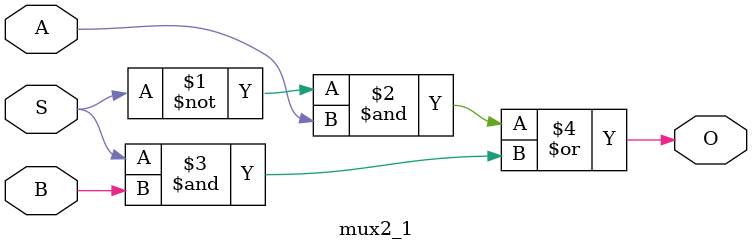
<source format=v>
module mux2_1 (
    A, B, S, O
);
input A, B,S;
output O;

assign O = (~S &A) | (S & B);

endmodule
</source>
